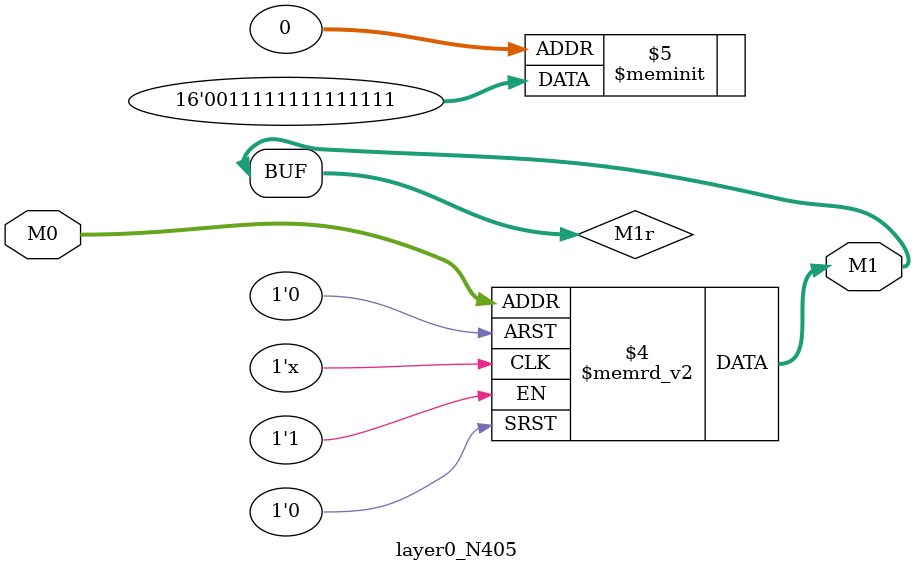
<source format=v>
module layer0_N405 ( input [2:0] M0, output [1:0] M1 );

	(*rom_style = "distributed" *) reg [1:0] M1r;
	assign M1 = M1r;
	always @ (M0) begin
		case (M0)
			3'b000: M1r = 2'b11;
			3'b100: M1r = 2'b11;
			3'b010: M1r = 2'b11;
			3'b110: M1r = 2'b11;
			3'b001: M1r = 2'b11;
			3'b101: M1r = 2'b11;
			3'b011: M1r = 2'b11;
			3'b111: M1r = 2'b00;

		endcase
	end
endmodule

</source>
